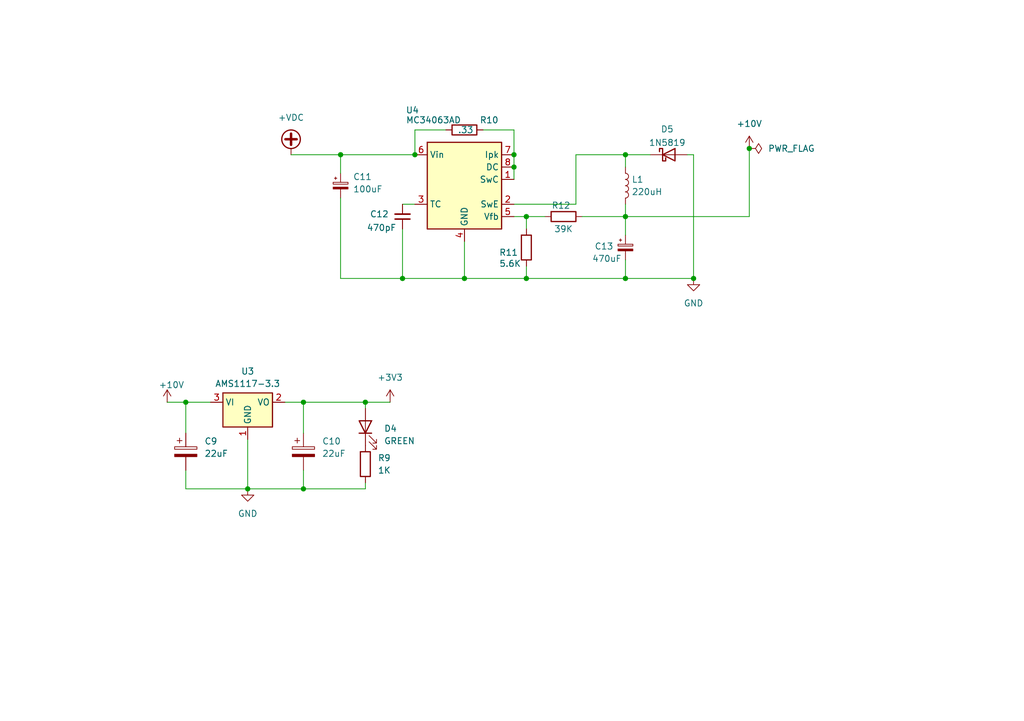
<source format=kicad_sch>
(kicad_sch (version 20250114) (generator "eeschema") (generator_version "9.0")
  (paper "A5")
  (lib_symbols
    (symbol "Device:C_Polarized" (pin_numbers (hide yes)) (pin_names (offset 0.254))
      (property "Reference" "C" (at 0.635 2.54 0))
      (property "Value" "C_Polarized" (at 0.635 -2.54 0))
      (symbol "C_Polarized_0_1"
        (rectangle (start -2.286 0.508) (end 2.286 1.016))
        (polyline (pts (xy -1.778 2.286) (xy -0.762 2.286)))
        (polyline (pts (xy -1.27 2.794) (xy -1.27 1.778)))
        (rectangle (start 2.286 -0.508) (end -2.286 -1.016) (fill (type outline)))
      )
      (symbol "C_Polarized_1_1"
        (pin passive line (at 0 3.81 270) (length 2.794) (name "~") (number "1"))
        (pin passive line (at 0 -3.81 90) (length 2.794) (name "~") (number "2"))
      )
    )
    (symbol "Device:C_Polarized_Small" (pin_numbers (hide yes)) (pin_names (offset 0.254) (hide yes))
      (property "Reference" "C" (at 0.254 1.778 0))
      (property "Value" "C_Polarized_Small" (at 0.254 -2.032 0))
      (symbol "C_Polarized_Small_0_1"
        (rectangle (start -1.524 0.6858) (end 1.524 0.3048))
        (rectangle (start -1.524 -0.3048) (end 1.524 -0.6858) (fill (type outline)))
        (polyline (pts (xy -1.27 1.524) (xy -0.762 1.524)))
        (polyline (pts (xy -1.016 1.27) (xy -1.016 1.778)))
      )
      (symbol "C_Polarized_Small_1_1"
        (pin passive line (at 0 2.54 270) (length 1.8542) (name "~") (number "1"))
        (pin passive line (at 0 -2.54 90) (length 1.8542) (name "~") (number "2"))
      )
    )
    (symbol "Device:C_Small" (pin_numbers (hide yes)) (pin_names (offset 0.254) (hide yes))
      (property "Reference" "C" (at 0.254 1.778 0))
      (property "Value" "C_Small" (at 0.254 -2.032 0))
      (symbol "C_Small_0_1"
        (polyline (pts (xy -1.524 0.508) (xy 1.524 0.508)) (stroke (width 0.3048)))
        (polyline (pts (xy -1.524 -0.508) (xy 1.524 -0.508)) (stroke (width 0.3302)))
      )
      (symbol "C_Small_1_1"
        (pin passive line (at 0 2.54 270) (length 2.032) (name "~") (number "1"))
        (pin passive line (at 0 -2.54 90) (length 2.032) (name "~") (number "2"))
      )
    )
    (symbol "Device:L" (pin_numbers (hide yes)) (pin_names (offset 1.016) (hide yes))
      (property "Reference" "L" (at -1.27 0 90))
      (property "Value" "L" (at 1.905 0 90))
      (symbol "L_0_1"
        (arc (start 0 2.54) (mid 0.6323 1.905) (end 0 1.27))
        (arc (start 0 1.27) (mid 0.6323 0.635) (end 0 0))
        (arc (start 0 0) (mid 0.6323 -0.635) (end 0 -1.27))
        (arc (start 0 -1.27) (mid 0.6323 -1.905) (end 0 -2.54))
      )
      (symbol "L_1_1"
        (pin passive line (at 0 3.81 270) (length 1.27) (name "1") (number "1"))
        (pin passive line (at 0 -3.81 90) (length 1.27) (name "2") (number "2"))
      )
    )
    (symbol "Device:LED" (pin_numbers (hide yes)) (pin_names (offset 1.016) (hide yes))
      (property "Reference" "D" (at 0 2.54 0))
      (property "Value" "LED" (at 0 -2.54 0))
      (symbol "LED_0_1"
        (polyline (pts (xy -3.048 -0.762) (xy -4.572 -2.286) (xy -3.81 -2.286) (xy -4.572 -2.286) (xy -4.572 -1.524)))
        (polyline (pts (xy -1.778 -0.762) (xy -3.302 -2.286) (xy -2.54 -2.286) (xy -3.302 -2.286) (xy -3.302 -1.524)))
        (polyline (pts (xy -1.27 0) (xy 1.27 0)))
        (polyline (pts (xy -1.27 -1.27) (xy -1.27 1.27)) (stroke (width 0.254)))
        (polyline (pts (xy 1.27 -1.27) (xy 1.27 1.27) (xy -1.27 0) (xy 1.27 -1.27)) (stroke (width 0.254)))
      )
      (symbol "LED_1_1"
        (pin passive line (at -3.81 0 0) (length 2.54) (name "K") (number "1"))
        (pin passive line (at 3.81 0 180) (length 2.54) (name "A") (number "2"))
      )
    )
    (symbol "Device:R" (pin_numbers (hide yes)) (pin_names (offset 0))
      (property "Reference" "R" (at 2.032 0 90))
      (property "Value" "R" (at 0 0 90))
      (symbol "R_0_1"
        (rectangle (start -1.016 -2.54) (end 1.016 2.54) (stroke (width 0.254)))
      )
      (symbol "R_1_1"
        (pin passive line (at 0 3.81 270) (length 1.27) (name "~") (number "1"))
        (pin passive line (at 0 -3.81 90) (length 1.27) (name "~") (number "2"))
      )
    )
    (symbol "Diode:1N5819" (pin_numbers (hide yes)) (pin_names (offset 1.016) (hide yes))
      (property "Reference" "D" (at 0 2.54 0))
      (property "Value" "1N5819" (at 0 -2.54 0))
      (symbol "1N5819_0_1"
        (polyline (pts (xy -1.905 0.635) (xy -1.905 1.27) (xy -1.27 1.27) (xy -1.27 -1.27) (xy -0.635 -1.27) (xy -0.635 -0.635)) (stroke (width 0.254)))
        (polyline (pts (xy 1.27 1.27) (xy 1.27 -1.27) (xy -1.27 0) (xy 1.27 1.27)) (stroke (width 0.254)))
        (polyline (pts (xy 1.27 0) (xy -1.27 0)))
      )
      (symbol "1N5819_1_1"
        (pin passive line (at -3.81 0 0) (length 2.54) (name "K") (number "1"))
        (pin passive line (at 3.81 0 180) (length 2.54) (name "A") (number "2"))
      )
    )
    (symbol "GND_4" (power) (pin_numbers (hide yes)) (pin_names (offset 0) (hide yes))
      (property "Value" "GND" (at 0 -3.81 0))
      (symbol "GND_4_0_1"
        (polyline (pts (xy 0 0) (xy 0 -1.27) (xy 1.27 -1.27) (xy 0 -2.54) (xy -1.27 -1.27) (xy 0 -1.27)))
      )
      (symbol "GND_4_1_1"
        (pin power_in line (at 0 0 270) (length 0) (name "~") (number "1"))
      )
    )
    (symbol "Regulator_Linear:AMS1117-3.3"
      (property "Reference" "U" (at -3.81 3.175 0))
      (property "Value" "AMS1117-3.3" (at 0 3.175 0))
      (symbol "AMS1117-3.3_0_1"
        (rectangle (start -5.08 -5.08) (end 5.08 1.905) (stroke (width 0.254)) (fill (type background)))
      )
      (symbol "AMS1117-3.3_1_1"
        (pin power_in line (at -7.62 0 0) (length 2.54) (name "VI") (number "3"))
        (pin power_in line (at 0 -7.62 90) (length 2.54) (name "GND") (number "1"))
        (pin power_out line (at 7.62 0 180) (length 2.54) (name "VO") (number "2"))
      )
    )
    (symbol "Regulator_Switching:MC34063AD"
      (property "Reference" "U" (at -7.62 8.89 0))
      (property "Value" "MC34063AD" (at 0 8.89 0))
      (symbol "MC34063AD_0_1"
        (rectangle (start -7.62 7.62) (end 7.62 -10.16) (stroke (width 0.254)) (fill (type background)))
      )
      (symbol "MC34063AD_1_1"
        (pin power_in line (at -10.16 5.08 0) (length 2.54) (name "Vin") (number "6"))
        (pin passive line (at -10.16 -5.08 0) (length 2.54) (name "TC") (number "3"))
        (pin power_in line (at 0 -12.7 90) (length 2.54) (name "GND") (number "4"))
        (pin input line (at 10.16 5.08 180) (length 2.54) (name "Ipk") (number "7"))
        (pin open_collector line (at 10.16 2.54 180) (length 2.54) (name "DC") (number "8"))
        (pin open_collector line (at 10.16 0 180) (length 2.54) (name "SwC") (number "1"))
        (pin open_emitter line (at 10.16 -5.08 180) (length 2.54) (name "SwE") (number "2"))
        (pin input line (at 10.16 -7.62 180) (length 2.54) (name "Vfb") (number "5"))
      )
    )
    (symbol "power:+10V" (power) (pin_numbers (hide yes)) (pin_names (offset 0) (hide yes))
      (property "Value" "+10V" (at 0 3.556 0))
      (symbol "+10V_0_1"
        (polyline (pts (xy -0.762 1.27) (xy 0 2.54)))
        (polyline (pts (xy 0 2.54) (xy 0.762 1.27)))
        (polyline (pts (xy 0 0) (xy 0 2.54)))
      )
      (symbol "+10V_1_1"
        (pin power_in line (at 0 0 90) (length 0) (name "~") (number "1"))
      )
    )
    (symbol "power:+3V3" (power) (pin_numbers (hide yes)) (pin_names (offset 0) (hide yes))
      (property "Value" "+3V3" (at 0 3.556 0))
      (symbol "+3V3_0_1"
        (polyline (pts (xy -0.762 1.27) (xy 0 2.54)))
        (polyline (pts (xy 0 2.54) (xy 0.762 1.27)))
        (polyline (pts (xy 0 0) (xy 0 2.54)))
      )
      (symbol "+3V3_1_1"
        (pin power_in line (at 0 0 90) (length 0) (name "~") (number "1"))
      )
    )
    (symbol "power:+VDC" (power) (pin_numbers (hide yes)) (pin_names (offset 0) (hide yes))
      (property "Value" "+VDC" (at 0 6.35 0))
      (symbol "+VDC_0_1"
        (polyline (pts (xy -1.143 3.175) (xy 1.143 3.175)) (stroke (width 0.508)))
        (circle (center 0 3.175) (radius 1.905) (stroke (width 0.254)))
        (polyline (pts (xy 0 2.032) (xy 0 4.318)) (stroke (width 0.508)))
        (polyline (pts (xy 0 0) (xy 0 1.27)))
      )
      (symbol "+VDC_1_1"
        (pin power_in line (at 0 0 90) (length 0) (name "~") (number "1"))
      )
    )
    (symbol "power:GND" (power) (pin_numbers (hide yes)) (pin_names (offset 0) (hide yes))
      (property "Value" "GND" (at 0 -3.81 0))
      (symbol "GND_0_1"
        (polyline (pts (xy 0 0) (xy 0 -1.27) (xy 1.27 -1.27) (xy 0 -2.54) (xy -1.27 -1.27) (xy 0 -1.27)))
      )
      (symbol "GND_1_1"
        (pin power_in line (at 0 0 270) (length 0) (name "~") (number "1"))
      )
    )
    (symbol "power:PWR_FLAG" (power) (pin_numbers (hide yes)) (pin_names (offset 0) (hide yes))
      (property "Value" "PWR_FLAG" (at 0 3.81 0))
      (symbol "PWR_FLAG_0_0"
        (pin power_out line (at 0 0 90) (length 0) (name "~") (number "1"))
      )
      (symbol "PWR_FLAG_0_1"
        (polyline (pts (xy 0 0) (xy 0 1.27) (xy -1.016 1.905) (xy 0 2.54) (xy 1.016 1.905) (xy 0 1.27)))
      )
    )
  )
  (junction (at 50.8 100.33))
  (junction (at 69.85 31.75))
  (junction (at 74.93 82.55))
  (junction (at 128.27 57.15))
  (junction (at 82.55 57.15))
  (junction (at 142.24 57.15))
  (junction (at 38.1 82.55))
  (junction (at 62.23 100.33))
  (junction (at 153.67 30.48))
  (junction (at 107.95 57.15))
  (junction (at 95.25 57.15))
  (junction (at 128.27 44.45))
  (junction (at 105.41 34.29))
  (junction (at 85.09 31.75))
  (junction (at 128.27 31.75))
  (junction (at 105.41 31.75))
  (junction (at 107.95 44.45))
  (junction (at 62.23 82.55))
  (wire (pts (xy 105.41 26.67) (xy 105.41 31.75)))
  (wire (pts (xy 74.93 100.33) (xy 62.23 100.33)))
  (wire (pts (xy 82.55 57.15) (xy 95.25 57.15)))
  (wire (pts (xy 69.85 31.75) (xy 69.85 35.56)))
  (wire (pts (xy 142.24 57.15) (xy 128.27 57.15)))
  (wire (pts (xy 107.95 44.45) (xy 105.41 44.45)))
  (wire (pts (xy 153.67 44.45) (xy 128.27 44.45)))
  (wire (pts (xy 62.23 82.55) (xy 74.93 82.55)))
  (wire (pts (xy 128.27 44.45) (xy 119.38 44.45)))
  (wire (pts (xy 58.42 82.55) (xy 62.23 82.55)))
  (wire (pts (xy 107.95 54.61) (xy 107.95 57.15)))
  (wire (pts (xy 142.24 31.75) (xy 140.97 31.75)))
  (wire (pts (xy 62.23 96.52) (xy 62.23 100.33)))
  (wire (pts (xy 128.27 34.29) (xy 128.27 31.75)))
  (wire (pts (xy 107.95 57.15) (xy 95.25 57.15)))
  (wire (pts (xy 118.11 41.91) (xy 118.11 31.75)))
  (wire (pts (xy 105.41 31.75) (xy 105.41 34.29)))
  (wire (pts (xy 118.11 31.75) (xy 128.27 31.75)))
  (wire (pts (xy 38.1 100.33) (xy 38.1 96.52)))
  (wire (pts (xy 107.95 46.99) (xy 107.95 44.45)))
  (wire (pts (xy 111.76 44.45) (xy 107.95 44.45)))
  (wire (pts (xy 128.27 53.34) (xy 128.27 57.15)))
  (wire (pts (xy 128.27 41.91) (xy 128.27 44.45)))
  (wire (pts (xy 105.41 34.29) (xy 105.41 36.83)))
  (wire (pts (xy 95.25 49.53) (xy 95.25 57.15)))
  (wire (pts (xy 50.8 100.33) (xy 38.1 100.33)))
  (wire (pts (xy 69.85 31.75) (xy 85.09 31.75)))
  (wire (pts (xy 142.24 31.75) (xy 142.24 57.15)))
  (wire (pts (xy 82.55 46.99) (xy 82.55 57.15)))
  (wire (pts (xy 128.27 31.75) (xy 133.35 31.75)))
  (wire (pts (xy 99.06 26.67) (xy 105.41 26.67)))
  (wire (pts (xy 34.29 82.55) (xy 38.1 82.55)))
  (wire (pts (xy 74.93 99.06) (xy 74.93 100.33)))
  (wire (pts (xy 85.09 26.67) (xy 85.09 31.75)))
  (wire (pts (xy 50.8 100.33) (xy 50.8 90.17)))
  (wire (pts (xy 128.27 57.15) (xy 107.95 57.15)))
  (wire (pts (xy 69.85 57.15) (xy 69.85 40.64)))
  (wire (pts (xy 128.27 48.26) (xy 128.27 44.45)))
  (wire (pts (xy 38.1 88.9) (xy 38.1 82.55)))
  (wire (pts (xy 38.1 82.55) (xy 43.18 82.55)))
  (wire (pts (xy 80.01 82.55) (xy 74.93 82.55)))
  (wire (pts (xy 105.41 41.91) (xy 118.11 41.91)))
  (wire (pts (xy 91.44 26.67) (xy 85.09 26.67)))
  (wire (pts (xy 82.55 57.15) (xy 69.85 57.15)))
  (wire (pts (xy 82.55 41.91) (xy 85.09 41.91)))
  (wire (pts (xy 74.93 82.55) (xy 74.93 83.82)))
  (wire (pts (xy 62.23 100.33) (xy 50.8 100.33)))
  (wire (pts (xy 62.23 82.55) (xy 62.23 88.9)))
  (wire (pts (xy 59.69 31.75) (xy 69.85 31.75)))
  (wire (pts (xy 153.67 30.48) (xy 153.67 44.45)))
  (symbol (lib_id "power:PWR_FLAG") (at 153.67 30.48 270) (unit 1)
    (property "Reference" "#FLG03" (effects (hide yes)))
    (property "Value" "PWR_FLAG" (at 157.48 30.4799 90) (effects (justify left)))
    (property "Description" "Special symbol for telling ERC where power comes from" (effects (hide yes)))
  )
  (symbol (lib_id "power:+VDC") (at 59.69 31.75 0) (unit 1)
    (property "Reference" "#PWR024" (effects (hide yes)))
    (property "Value" "+VDC" (at 59.69 24.13 0))
    (property "Description" "Power symbol creates a global label with name \"+VDC\"" (effects (hide yes)))
  )
  (symbol (lib_id "Device:C_Polarized_Small") (at 69.85 38.1 0) (unit 1)
    (property "Reference" "C11" (at 72.39 36.2838 0) (effects (justify left)))
    (property "Value" "100uF" (at 72.39 38.8238 0) (effects (justify left)))
    (property "Footprint" "Capacitor_SMD:C_Elec_6.3x7.7" (effects (hide yes)))
    (property "Datasheet" "https://www.lcsc.com/datasheet/lcsc_datasheet_2410121556_KNSCHA-RVT100UF35V67RV0034_C2836442.pdf" (effects (hide yes)))
    (property "Description" "100uF 35V 87mA@120kHz ±20% SMD,D6.3xL7.7mm Aluminum Electrolytic Capacitors - SMD ROHS" (effects (hide yes)))
    (property "LCSC" "C2836442" (effects (hide yes)))
    (property "#" "C2836442" (effects (hide yes)))
    (property "Height" "7.7" (effects (hide yes)))
    (property "Length" "6.3" (effects (hide yes)))
    (property "Tape" "16x8" (effects (hide yes)))
    (property "Width" "6.3" (effects (hide yes)))
  )
  (symbol (lib_id "Device:R") (at 74.93 95.25 0) (unit 1)
    (property "Reference" "R9" (at 77.47 93.9799 0) (effects (justify left)))
    (property "Value" "1K" (at 77.47 96.5199 0) (effects (justify left)))
    (property "Footprint" "Resistor_SMD:R_0603_1608Metric" (effects (hide yes)))
    (property "Datasheet" "Datasheet https://www.lcsc.com/datasheet/lcsc_datasheet_2411221126_UNI-ROYAL-Uniroyal-Elec-0603WAF1001T5E_C21190.pdf 0 0 Center Center 0 0" (effects (hide yes)))
    (property "Description" "100mW Thick Film Resistor 75V ±100ppm/℃ ±1% 1kΩ 0603 Chip Resistor - Surface Mount ROHS" (effects (hide yes)))
    (property "LCSC" "C21190" (effects (hide yes)))
    (property "#" "C21190" (effects (hide yes)))
    (property "Height" ".45" (effects (hide yes)))
    (property "Length" "1.6" (effects (hide yes)))
    (property "Tape" "8x4" (effects (hide yes)))
    (property "Width" ".8" (effects (hide yes)))
  )
  (symbol (lib_id "Regulator_Linear:AMS1117-3.3") (at 50.8 82.55 0) (unit 1)
    (property "Reference" "U3" (at 50.8 76.2 0))
    (property "Value" "AMS1117-3.3" (at 50.8 78.74 0))
    (property "Footprint" "Package_TO_SOT_SMD:SOT-223-3_TabPin2" (effects (hide yes)))
    (property "Datasheet" "https://www.lcsc.com/datasheet/lcsc_datasheet_2504101957_UMW-Youtai-Semiconductor-Co---Ltd--AMS1117-3-3_C347222.pdf" (effects (hide yes)))
    (property "Description" "1A 60dB@(120Hz) Fixed 3.3V Positive electrode 12V SOT-223 Voltage Regulators - Linear, Low Drop Out (LDO) Regulators ROHS" (effects (hide yes)))
    (property "LCSC" "C347222" (effects (hide yes)))
    (property "#" "C347222" (effects (hide yes)))
    (property "Height" "1.8" (effects (hide yes)))
    (property "Length" "3.5" (effects (hide yes)))
    (property "Tape" "12x8" (effects (hide yes)))
    (property "Width" "6" (effects (hide yes)))
  )
  (symbol (lib_id "Device:C_Small") (at 82.55 44.45 180) (unit 1)
    (property "Reference" "C12" (at 79.756 43.942 0) (effects (justify left)))
    (property "Value" "470pF" (at 81.28 46.736 0) (effects (justify left)))
    (property "Footprint" "Capacitor_SMD:C_0603_1608Metric" (effects (hide yes)))
    (property "Datasheet" "https://www.lcsc.com/datasheet/lcsc_datasheet_2304140030_YAGEO-CC0603KRX7R9BB471_C107092.pdf" (effects (hide yes)))
    (property "Description" "50V 470pF X7R ±10% 0603 Multilayer Ceramic Capacitors MLCC - SMD/SMT ROHS" (effects (hide yes)))
    (property "LCSC" "C107092" (effects (hide yes)))
    (property "#" "C107092" (effects (hide yes)))
    (property "Length" "1.6" (effects (hide yes)))
    (property "Width" ".8" (effects (hide yes)))
    (property "Height" ".8" (effects (hide yes)))
    (property "Tape" "8x4" (effects (hide yes)))
  )
  (symbol (lib_id "Device:C_Polarized_Small") (at 128.27 50.8 0) (unit 1)
    (property "Reference" "C13" (at 121.92 50.546 0) (effects (justify left)))
    (property "Value" "470uF" (at 121.412 53.086 0) (effects (justify left)))
    (property "Footprint" "Capacitor_SMD:C_Elec_6.3x7.7" (effects (hide yes)))
    (property "Datasheet" "https://www.lcsc.com/datasheet/lcsc_datasheet_2410121646_KNSCHA-126RV0010_C5354997.pdf" (effects (hide yes)))
    (property "Description" "470uF 16V 175mA@120Hz ±20% SMD,D6.3xL7.7mm Aluminum Electrolytic Capacitors - SMD ROHS" (effects (hide yes)))
    (property "LCSC" "C5354997" (effects (hide yes)))
    (property "#" "C5354997" (effects (hide yes)))
    (property "Height" "7.7" (effects (hide yes)))
    (property "Length" "6.3" (effects (hide yes)))
    (property "Tape" "16x8" (effects (hide yes)))
    (property "Width" "6.3" (effects (hide yes)))
  )
  (symbol (lib_id "Device:R") (at 107.95 50.8 0) (unit 1)
    (property "Reference" "R11" (at 102.362 51.816 0) (effects (justify left)))
    (property "Value" "5.6K" (at 102.362 54.102 0) (effects (justify left)))
    (property "Footprint" "Resistor_SMD:R_0603_1608Metric" (effects (hide yes)))
    (property "Datasheet" "https://www.lcsc.com/datasheet/lcsc_datasheet_2304140030_YAGEO-RC0603FR-075K6L_C114627.pdf" (effects (hide yes)))
    (property "Description" "100mW Thick Film Resistors 75V ±100ppm/℃ ±1% 5.6kΩ 0603 Chip Resistor - Surface Mount ROHS" (effects (hide yes)))
    (property "LCSC" "C114627" (effects (hide yes)))
    (property "Tape" "8x4" (effects (hide yes)))
    (property "#" "C114627" (effects (hide yes)))
    (property "Length" "1.6" (effects (hide yes)))
    (property "Width" ".8" (effects (hide yes)))
    (property "Height" ".45" (effects (hide yes)))
  )
  (symbol (lib_id "Device:R") (at 95.25 26.67 270) (unit 1)
    (property "Reference" "R10" (at 100.33 24.638 90))
    (property "Value" ".33" (at 95.504 26.67 90))
    (property "Footprint" "Resistor_SMD:R_0805_2012Metric" (effects (hide yes)))
    (property "Datasheet" "https://www.lcsc.com/datasheet/lcsc_datasheet_2411071710_FOJAN-FRL0805FR330TS_C2934265.pdf" (effects (hide yes)))
    (property "Description" "0.125W Thick Film Resistors 300V ±300ppm/℃ ±1% 0.33Ω 0805 Chip Resistor - Surface Mount ROHS" (effects (hide yes)))
    (property "LCSC" "C2934265" (effects (hide yes)))
    (property "Tape" "8x4" (effects (hide yes)))
    (property "#" "C2934265" (effects (hide yes)))
    (property "Length" "2" (effects (hide yes)))
    (property "Width" "1.25" (effects (hide yes)))
    (property "Height" ".6" (effects (hide yes)))
  )
  (symbol (lib_id "Device:C_Polarized") (at 38.1 92.71 0) (unit 1)
    (property "Reference" "C9" (at 41.91 90.5509 0) (effects (justify left)))
    (property "Value" "22uF" (at 41.91 93.0909 0) (effects (justify left)))
    (property "Footprint" "Capacitor_SMD:C_1206_3216Metric" (effects (hide yes)))
    (property "Datasheet" "https://www.lcsc.com/datasheet/lcsc_datasheet_2410121645_Chinocera-HGC1206R5226K250NSPJ_C7432785.pdf" (effects (hide yes)))
    (property "Description" "25V 22uF X5R ±10% 1206 Multilayer Ceramic Capacitors MLCC - SMD/SMT ROHS" (effects (hide yes)))
    (property "LCSC" "C7432785" (effects (hide yes)))
    (property "#" "C7432785" (effects (hide yes)))
    (property "Length" "3.2" (effects (hide yes)))
    (property "Width" "1.6" (effects (hide yes)))
    (property "Tape" "8x4" (effects (hide yes)))
    (property "Height" "1.6" (effects (hide yes)))
  )
  (symbol (lib_id "power:+10V") (at 34.29 82.55 0) (unit 1)
    (property "Reference" "#PWR022" (effects (hide yes)))
    (property "Value" "+10V" (at 32.512 78.994 0) (effects (justify left)))
    (property "Description" "Power symbol creates a global label with name \"+10V\"" (effects (hide yes)))
  )
  (symbol (lib_id "power:GND") (at 50.8 100.33 0) (unit 1)
    (property "Reference" "#PWR023" (effects (hide yes)))
    (property "Value" "GND" (at 50.8 105.41 0))
    (property "Description" "Power symbol creates a global label with name \"GND\" , ground" (effects (hide yes)))
  )
  (symbol (lib_id "Diode:1N5819") (at 137.16 31.75 0) (unit 1)
    (property "Reference" "D5" (at 136.8425 26.5135 0))
    (property "Value" "1N5819" (at 136.8425 29.2886 0))
    (property "Footprint" "Diode_SMD:D_SOD-123" (effects (hide yes)))
    (property "Datasheet" "https://www.lcsc.com/datasheet/lcsc_datasheet_2412251151_Diodes-Incorporated-1N5819HW-7-F_C82544.pdf" (effects (hide yes)))
    (property "Description" "40V 450mV@1A 1A SOD-123 Schottky Diodes ROHS" (effects (hide yes)))
    (property "LCSC" "C82544" (effects (hide yes)))
    (property "#" "C82544" (effects (hide yes)))
    (property "Height" "1" (effects (hide yes)))
    (property "Length" "3.65" (effects (hide yes)))
    (property "Width" "1.55" (effects (hide yes)))
    (property "Tape" "8x4" (effects (hide yes)))
  )
  (symbol (lib_id "Device:C_Polarized") (at 62.23 92.71 0) (unit 1)
    (property "Reference" "C10" (at 66.04 90.5509 0) (effects (justify left)))
    (property "Value" "22uF" (at 66.04 93.0909 0) (effects (justify left)))
    (property "Footprint" "Capacitor_SMD:C_1206_3216Metric" (effects (hide yes)))
    (property "Datasheet" "https://www.lcsc.com/datasheet/lcsc_datasheet_2410121645_Chinocera-HGC1206R5226K250NSPJ_C7432785.pdf" (effects (hide yes)))
    (property "Description" "25V 22uF X5R ±10% 1206 Multilayer Ceramic Capacitors MLCC - SMD/SMT ROHS" (effects (hide yes)))
    (property "LCSC" "C7432785" (effects (hide yes)))
    (property "#" "C7432785" (effects (hide yes)))
    (property "Length" "3.2" (effects (hide yes)))
    (property "Width" "1.6" (effects (hide yes)))
    (property "Tape" "8x4" (effects (hide yes)))
    (property "Height" "1.6" (effects (hide yes)))
  )
  (symbol (lib_id "power:+3V3") (at 80.01 82.55 0) (unit 1)
    (property "Reference" "#PWR025" (effects (hide yes)))
    (property "Value" "+3V3" (at 80.01 77.47 0))
    (property "Description" "Power symbol creates a global label with name \"+3V3\"" (effects (hide yes)))
  )
  (symbol (lib_id "Device:R") (at 115.57 44.45 90) (unit 1)
    (property "Reference" "R12" (at 115.062 42.164 90))
    (property "Value" "39K" (at 115.57 46.99 90))
    (property "Footprint" "Resistor_SMD:R_0603_1608Metric" (effects (hide yes)))
    (property "Datasheet" "https://www.lcsc.com/datasheet/lcsc_datasheet_2304140030_YAGEO-RC0603FR-0739KL_C163424.pdf" (effects (hide yes)))
    (property "Description" "100mW Thick Film Resistors 75V ±100ppm/℃ ±1% 39kΩ 0603 Chip Resistor - Surface Mount ROHS" (effects (hide yes)))
    (property "LCSC" "C163424" (effects (hide yes)))
    (property "Tape" "8x4" (effects (hide yes)))
    (property "#" "C163424" (effects (hide yes)))
    (property "Length" "1.6" (effects (hide yes)))
    (property "Width" ".8" (effects (hide yes)))
    (property "Height" ".45" (effects (hide yes)))
  )
  (symbol (lib_id "power:+10V") (at 153.67 30.48 0) (unit 1)
    (property "Reference" "#PWR027" (effects (hide yes)))
    (property "Value" "+10V" (at 153.67 25.4 0))
    (property "Description" "Power symbol creates a global label with name \"+10V\"" (effects (hide yes)))
  )
  (symbol (lib_id "Device:L") (at 128.27 38.1 0) (unit 1)
    (property "Reference" "L1" (at 129.54 36.8299 0) (effects (justify left)))
    (property "Value" "220uH" (at 129.54 39.3699 0) (effects (justify left)))
    (property "Footprint" "feeder:SMNR6045" (effects (hide yes)))
    (property "Datasheet" "https://www.lcsc.com/datasheet/lcsc_datasheet_2410121441_SXN-Shun-Xiang-Nuo-Elec-SMNR6045-221MT_C467145.pdf" (effects (hide yes)))
    (property "Description" "700mA 220uH Shielded Power Inductor ±20% 700mA SMD,6x6mm Power Inductors ROHS" (effects (hide yes)))
    (property "LCSC" "C467145" (effects (hide yes)))
    (property "#" "C467145" (effects (hide yes)))
    (property "Height" "4.5" (effects (hide yes)))
    (property "Width" "6" (effects (hide yes)))
    (property "Length" "6" (effects (hide yes)))
    (property "Tape" "12x8" (effects (hide yes)))
  )
  (symbol (lib_id "Regulator_Switching:MC34063AD") (at 95.25 36.83 0) (unit 1)
    (property "Reference" "U4" (at 84.582 22.606 0))
    (property "Value" "MC34063AD" (at 88.9 24.638 0))
    (property "Footprint" "Package_SO:SOIC-8_3.9x4.9mm_P1.27mm" (effects (hide yes)))
    (property "Datasheet" "https://www.lcsc.com/datasheet/lcsc_datasheet_1810241241_UTC-Unisonic-Tech-UC33063AG-S08-R_C80213.pdf" (effects (hide yes)))
    (property "Description" "3V~40V 1.5A SOIC-8 DC-DC Converters ROHS" (effects (hide yes)))
    (property "LCSC" "C80213" (effects (hide yes)))
    (property "#" "C80213" (effects (hide yes)))
    (property "Height" "1.5" (effects (hide yes)))
    (property "Length" "4.9" (effects (hide yes)))
    (property "Width" "3.9" (effects (hide yes)))
    (property "Tape" "12x8" (effects (hide yes)))
  )
  (symbol (lib_name "GND_4") (lib_id "power:GND") (at 142.24 57.15 0) (unit 1)
    (property "Reference" "#PWR026" (effects (hide yes)))
    (property "Value" "GND" (at 142.24 62.23 0))
    (property "Description" "Power symbol creates a global label with name \"GND\" , ground" (effects (hide yes)))
  )
  (symbol (lib_id "Device:LED") (at 74.93 87.63 90) (unit 1)
    (property "Reference" "D4" (at 78.74 87.9474 90) (effects (justify right)))
    (property "Value" "GREEN" (at 78.74 90.4874 90) (effects (justify right)))
    (property "Footprint" "LED_SMD:LED_0603_1608Metric" (effects (hide yes)))
    (property "Datasheet" "https://www.lcsc.com/datasheet/lcsc_datasheet_2504101957_XINGLIGHT-XL-1608UGC-04_C965804.pdf" (effects (hide yes)))
    (property "Description" "20mA 810mcd Colorless Transparent Lens Independent Diode 515nm~535nm -20℃~+85℃ Positive Stick Emerald 120° 70mW 3.3V 0603 LED Indication - Discrete ROHS" (effects (hide yes)))
    (property "LCSC" "C965804" (effects (hide yes)))
    (property "#" "C965804" (effects (hide yes)))
    (property "Height" ".4" (effects (hide yes)))
    (property "Length" "1.6" (effects (hide yes)))
    (property "Width" ".8" (effects (hide yes)))
    (property "Tape" "8x4" (effects (hide yes)))
  )
)
</source>
